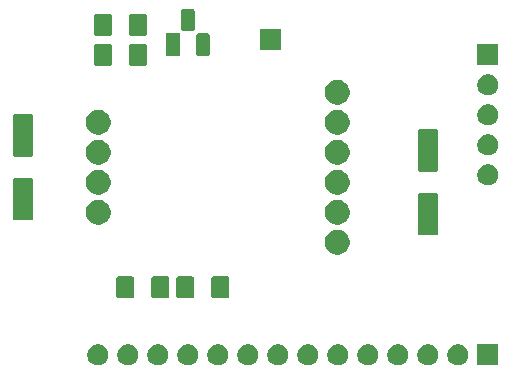
<source format=gbr>
G04 #@! TF.GenerationSoftware,KiCad,Pcbnew,5.1.5-52549c5~84~ubuntu18.04.1*
G04 #@! TF.CreationDate,2020-03-18T13:38:27+01:00*
G04 #@! TF.ProjectId,pcb_loadcell-dev-hx711,7063625f-6c6f-4616-9463-656c6c2d6465,rev?*
G04 #@! TF.SameCoordinates,Original*
G04 #@! TF.FileFunction,Soldermask,Top*
G04 #@! TF.FilePolarity,Negative*
%FSLAX46Y46*%
G04 Gerber Fmt 4.6, Leading zero omitted, Abs format (unit mm)*
G04 Created by KiCad (PCBNEW 5.1.5-52549c5~84~ubuntu18.04.1) date 2020-03-18 13:38:27*
%MOMM*%
%LPD*%
G04 APERTURE LIST*
%ADD10C,0.100000*%
G04 APERTURE END LIST*
D10*
G36*
X81393512Y-105783927D02*
G01*
X81542812Y-105813624D01*
X81706784Y-105881544D01*
X81854354Y-105980147D01*
X81979853Y-106105646D01*
X82078456Y-106253216D01*
X82146376Y-106417188D01*
X82181000Y-106591259D01*
X82181000Y-106768741D01*
X82146376Y-106942812D01*
X82078456Y-107106784D01*
X81979853Y-107254354D01*
X81854354Y-107379853D01*
X81706784Y-107478456D01*
X81542812Y-107546376D01*
X81393512Y-107576073D01*
X81368742Y-107581000D01*
X81191258Y-107581000D01*
X81166488Y-107576073D01*
X81017188Y-107546376D01*
X80853216Y-107478456D01*
X80705646Y-107379853D01*
X80580147Y-107254354D01*
X80481544Y-107106784D01*
X80413624Y-106942812D01*
X80379000Y-106768741D01*
X80379000Y-106591259D01*
X80413624Y-106417188D01*
X80481544Y-106253216D01*
X80580147Y-106105646D01*
X80705646Y-105980147D01*
X80853216Y-105881544D01*
X81017188Y-105813624D01*
X81166488Y-105783927D01*
X81191258Y-105779000D01*
X81368742Y-105779000D01*
X81393512Y-105783927D01*
G37*
G36*
X89801000Y-107581000D02*
G01*
X87999000Y-107581000D01*
X87999000Y-105779000D01*
X89801000Y-105779000D01*
X89801000Y-107581000D01*
G37*
G36*
X86473512Y-105783927D02*
G01*
X86622812Y-105813624D01*
X86786784Y-105881544D01*
X86934354Y-105980147D01*
X87059853Y-106105646D01*
X87158456Y-106253216D01*
X87226376Y-106417188D01*
X87261000Y-106591259D01*
X87261000Y-106768741D01*
X87226376Y-106942812D01*
X87158456Y-107106784D01*
X87059853Y-107254354D01*
X86934354Y-107379853D01*
X86786784Y-107478456D01*
X86622812Y-107546376D01*
X86473512Y-107576073D01*
X86448742Y-107581000D01*
X86271258Y-107581000D01*
X86246488Y-107576073D01*
X86097188Y-107546376D01*
X85933216Y-107478456D01*
X85785646Y-107379853D01*
X85660147Y-107254354D01*
X85561544Y-107106784D01*
X85493624Y-106942812D01*
X85459000Y-106768741D01*
X85459000Y-106591259D01*
X85493624Y-106417188D01*
X85561544Y-106253216D01*
X85660147Y-106105646D01*
X85785646Y-105980147D01*
X85933216Y-105881544D01*
X86097188Y-105813624D01*
X86246488Y-105783927D01*
X86271258Y-105779000D01*
X86448742Y-105779000D01*
X86473512Y-105783927D01*
G37*
G36*
X83933512Y-105783927D02*
G01*
X84082812Y-105813624D01*
X84246784Y-105881544D01*
X84394354Y-105980147D01*
X84519853Y-106105646D01*
X84618456Y-106253216D01*
X84686376Y-106417188D01*
X84721000Y-106591259D01*
X84721000Y-106768741D01*
X84686376Y-106942812D01*
X84618456Y-107106784D01*
X84519853Y-107254354D01*
X84394354Y-107379853D01*
X84246784Y-107478456D01*
X84082812Y-107546376D01*
X83933512Y-107576073D01*
X83908742Y-107581000D01*
X83731258Y-107581000D01*
X83706488Y-107576073D01*
X83557188Y-107546376D01*
X83393216Y-107478456D01*
X83245646Y-107379853D01*
X83120147Y-107254354D01*
X83021544Y-107106784D01*
X82953624Y-106942812D01*
X82919000Y-106768741D01*
X82919000Y-106591259D01*
X82953624Y-106417188D01*
X83021544Y-106253216D01*
X83120147Y-106105646D01*
X83245646Y-105980147D01*
X83393216Y-105881544D01*
X83557188Y-105813624D01*
X83706488Y-105783927D01*
X83731258Y-105779000D01*
X83908742Y-105779000D01*
X83933512Y-105783927D01*
G37*
G36*
X78853512Y-105783927D02*
G01*
X79002812Y-105813624D01*
X79166784Y-105881544D01*
X79314354Y-105980147D01*
X79439853Y-106105646D01*
X79538456Y-106253216D01*
X79606376Y-106417188D01*
X79641000Y-106591259D01*
X79641000Y-106768741D01*
X79606376Y-106942812D01*
X79538456Y-107106784D01*
X79439853Y-107254354D01*
X79314354Y-107379853D01*
X79166784Y-107478456D01*
X79002812Y-107546376D01*
X78853512Y-107576073D01*
X78828742Y-107581000D01*
X78651258Y-107581000D01*
X78626488Y-107576073D01*
X78477188Y-107546376D01*
X78313216Y-107478456D01*
X78165646Y-107379853D01*
X78040147Y-107254354D01*
X77941544Y-107106784D01*
X77873624Y-106942812D01*
X77839000Y-106768741D01*
X77839000Y-106591259D01*
X77873624Y-106417188D01*
X77941544Y-106253216D01*
X78040147Y-106105646D01*
X78165646Y-105980147D01*
X78313216Y-105881544D01*
X78477188Y-105813624D01*
X78626488Y-105783927D01*
X78651258Y-105779000D01*
X78828742Y-105779000D01*
X78853512Y-105783927D01*
G37*
G36*
X76313512Y-105783927D02*
G01*
X76462812Y-105813624D01*
X76626784Y-105881544D01*
X76774354Y-105980147D01*
X76899853Y-106105646D01*
X76998456Y-106253216D01*
X77066376Y-106417188D01*
X77101000Y-106591259D01*
X77101000Y-106768741D01*
X77066376Y-106942812D01*
X76998456Y-107106784D01*
X76899853Y-107254354D01*
X76774354Y-107379853D01*
X76626784Y-107478456D01*
X76462812Y-107546376D01*
X76313512Y-107576073D01*
X76288742Y-107581000D01*
X76111258Y-107581000D01*
X76086488Y-107576073D01*
X75937188Y-107546376D01*
X75773216Y-107478456D01*
X75625646Y-107379853D01*
X75500147Y-107254354D01*
X75401544Y-107106784D01*
X75333624Y-106942812D01*
X75299000Y-106768741D01*
X75299000Y-106591259D01*
X75333624Y-106417188D01*
X75401544Y-106253216D01*
X75500147Y-106105646D01*
X75625646Y-105980147D01*
X75773216Y-105881544D01*
X75937188Y-105813624D01*
X76086488Y-105783927D01*
X76111258Y-105779000D01*
X76288742Y-105779000D01*
X76313512Y-105783927D01*
G37*
G36*
X73773512Y-105783927D02*
G01*
X73922812Y-105813624D01*
X74086784Y-105881544D01*
X74234354Y-105980147D01*
X74359853Y-106105646D01*
X74458456Y-106253216D01*
X74526376Y-106417188D01*
X74561000Y-106591259D01*
X74561000Y-106768741D01*
X74526376Y-106942812D01*
X74458456Y-107106784D01*
X74359853Y-107254354D01*
X74234354Y-107379853D01*
X74086784Y-107478456D01*
X73922812Y-107546376D01*
X73773512Y-107576073D01*
X73748742Y-107581000D01*
X73571258Y-107581000D01*
X73546488Y-107576073D01*
X73397188Y-107546376D01*
X73233216Y-107478456D01*
X73085646Y-107379853D01*
X72960147Y-107254354D01*
X72861544Y-107106784D01*
X72793624Y-106942812D01*
X72759000Y-106768741D01*
X72759000Y-106591259D01*
X72793624Y-106417188D01*
X72861544Y-106253216D01*
X72960147Y-106105646D01*
X73085646Y-105980147D01*
X73233216Y-105881544D01*
X73397188Y-105813624D01*
X73546488Y-105783927D01*
X73571258Y-105779000D01*
X73748742Y-105779000D01*
X73773512Y-105783927D01*
G37*
G36*
X71233512Y-105783927D02*
G01*
X71382812Y-105813624D01*
X71546784Y-105881544D01*
X71694354Y-105980147D01*
X71819853Y-106105646D01*
X71918456Y-106253216D01*
X71986376Y-106417188D01*
X72021000Y-106591259D01*
X72021000Y-106768741D01*
X71986376Y-106942812D01*
X71918456Y-107106784D01*
X71819853Y-107254354D01*
X71694354Y-107379853D01*
X71546784Y-107478456D01*
X71382812Y-107546376D01*
X71233512Y-107576073D01*
X71208742Y-107581000D01*
X71031258Y-107581000D01*
X71006488Y-107576073D01*
X70857188Y-107546376D01*
X70693216Y-107478456D01*
X70545646Y-107379853D01*
X70420147Y-107254354D01*
X70321544Y-107106784D01*
X70253624Y-106942812D01*
X70219000Y-106768741D01*
X70219000Y-106591259D01*
X70253624Y-106417188D01*
X70321544Y-106253216D01*
X70420147Y-106105646D01*
X70545646Y-105980147D01*
X70693216Y-105881544D01*
X70857188Y-105813624D01*
X71006488Y-105783927D01*
X71031258Y-105779000D01*
X71208742Y-105779000D01*
X71233512Y-105783927D01*
G37*
G36*
X68693512Y-105783927D02*
G01*
X68842812Y-105813624D01*
X69006784Y-105881544D01*
X69154354Y-105980147D01*
X69279853Y-106105646D01*
X69378456Y-106253216D01*
X69446376Y-106417188D01*
X69481000Y-106591259D01*
X69481000Y-106768741D01*
X69446376Y-106942812D01*
X69378456Y-107106784D01*
X69279853Y-107254354D01*
X69154354Y-107379853D01*
X69006784Y-107478456D01*
X68842812Y-107546376D01*
X68693512Y-107576073D01*
X68668742Y-107581000D01*
X68491258Y-107581000D01*
X68466488Y-107576073D01*
X68317188Y-107546376D01*
X68153216Y-107478456D01*
X68005646Y-107379853D01*
X67880147Y-107254354D01*
X67781544Y-107106784D01*
X67713624Y-106942812D01*
X67679000Y-106768741D01*
X67679000Y-106591259D01*
X67713624Y-106417188D01*
X67781544Y-106253216D01*
X67880147Y-106105646D01*
X68005646Y-105980147D01*
X68153216Y-105881544D01*
X68317188Y-105813624D01*
X68466488Y-105783927D01*
X68491258Y-105779000D01*
X68668742Y-105779000D01*
X68693512Y-105783927D01*
G37*
G36*
X66153512Y-105783927D02*
G01*
X66302812Y-105813624D01*
X66466784Y-105881544D01*
X66614354Y-105980147D01*
X66739853Y-106105646D01*
X66838456Y-106253216D01*
X66906376Y-106417188D01*
X66941000Y-106591259D01*
X66941000Y-106768741D01*
X66906376Y-106942812D01*
X66838456Y-107106784D01*
X66739853Y-107254354D01*
X66614354Y-107379853D01*
X66466784Y-107478456D01*
X66302812Y-107546376D01*
X66153512Y-107576073D01*
X66128742Y-107581000D01*
X65951258Y-107581000D01*
X65926488Y-107576073D01*
X65777188Y-107546376D01*
X65613216Y-107478456D01*
X65465646Y-107379853D01*
X65340147Y-107254354D01*
X65241544Y-107106784D01*
X65173624Y-106942812D01*
X65139000Y-106768741D01*
X65139000Y-106591259D01*
X65173624Y-106417188D01*
X65241544Y-106253216D01*
X65340147Y-106105646D01*
X65465646Y-105980147D01*
X65613216Y-105881544D01*
X65777188Y-105813624D01*
X65926488Y-105783927D01*
X65951258Y-105779000D01*
X66128742Y-105779000D01*
X66153512Y-105783927D01*
G37*
G36*
X63613512Y-105783927D02*
G01*
X63762812Y-105813624D01*
X63926784Y-105881544D01*
X64074354Y-105980147D01*
X64199853Y-106105646D01*
X64298456Y-106253216D01*
X64366376Y-106417188D01*
X64401000Y-106591259D01*
X64401000Y-106768741D01*
X64366376Y-106942812D01*
X64298456Y-107106784D01*
X64199853Y-107254354D01*
X64074354Y-107379853D01*
X63926784Y-107478456D01*
X63762812Y-107546376D01*
X63613512Y-107576073D01*
X63588742Y-107581000D01*
X63411258Y-107581000D01*
X63386488Y-107576073D01*
X63237188Y-107546376D01*
X63073216Y-107478456D01*
X62925646Y-107379853D01*
X62800147Y-107254354D01*
X62701544Y-107106784D01*
X62633624Y-106942812D01*
X62599000Y-106768741D01*
X62599000Y-106591259D01*
X62633624Y-106417188D01*
X62701544Y-106253216D01*
X62800147Y-106105646D01*
X62925646Y-105980147D01*
X63073216Y-105881544D01*
X63237188Y-105813624D01*
X63386488Y-105783927D01*
X63411258Y-105779000D01*
X63588742Y-105779000D01*
X63613512Y-105783927D01*
G37*
G36*
X61073512Y-105783927D02*
G01*
X61222812Y-105813624D01*
X61386784Y-105881544D01*
X61534354Y-105980147D01*
X61659853Y-106105646D01*
X61758456Y-106253216D01*
X61826376Y-106417188D01*
X61861000Y-106591259D01*
X61861000Y-106768741D01*
X61826376Y-106942812D01*
X61758456Y-107106784D01*
X61659853Y-107254354D01*
X61534354Y-107379853D01*
X61386784Y-107478456D01*
X61222812Y-107546376D01*
X61073512Y-107576073D01*
X61048742Y-107581000D01*
X60871258Y-107581000D01*
X60846488Y-107576073D01*
X60697188Y-107546376D01*
X60533216Y-107478456D01*
X60385646Y-107379853D01*
X60260147Y-107254354D01*
X60161544Y-107106784D01*
X60093624Y-106942812D01*
X60059000Y-106768741D01*
X60059000Y-106591259D01*
X60093624Y-106417188D01*
X60161544Y-106253216D01*
X60260147Y-106105646D01*
X60385646Y-105980147D01*
X60533216Y-105881544D01*
X60697188Y-105813624D01*
X60846488Y-105783927D01*
X60871258Y-105779000D01*
X61048742Y-105779000D01*
X61073512Y-105783927D01*
G37*
G36*
X58533512Y-105783927D02*
G01*
X58682812Y-105813624D01*
X58846784Y-105881544D01*
X58994354Y-105980147D01*
X59119853Y-106105646D01*
X59218456Y-106253216D01*
X59286376Y-106417188D01*
X59321000Y-106591259D01*
X59321000Y-106768741D01*
X59286376Y-106942812D01*
X59218456Y-107106784D01*
X59119853Y-107254354D01*
X58994354Y-107379853D01*
X58846784Y-107478456D01*
X58682812Y-107546376D01*
X58533512Y-107576073D01*
X58508742Y-107581000D01*
X58331258Y-107581000D01*
X58306488Y-107576073D01*
X58157188Y-107546376D01*
X57993216Y-107478456D01*
X57845646Y-107379853D01*
X57720147Y-107254354D01*
X57621544Y-107106784D01*
X57553624Y-106942812D01*
X57519000Y-106768741D01*
X57519000Y-106591259D01*
X57553624Y-106417188D01*
X57621544Y-106253216D01*
X57720147Y-106105646D01*
X57845646Y-105980147D01*
X57993216Y-105881544D01*
X58157188Y-105813624D01*
X58306488Y-105783927D01*
X58331258Y-105779000D01*
X58508742Y-105779000D01*
X58533512Y-105783927D01*
G37*
G36*
X55993512Y-105783927D02*
G01*
X56142812Y-105813624D01*
X56306784Y-105881544D01*
X56454354Y-105980147D01*
X56579853Y-106105646D01*
X56678456Y-106253216D01*
X56746376Y-106417188D01*
X56781000Y-106591259D01*
X56781000Y-106768741D01*
X56746376Y-106942812D01*
X56678456Y-107106784D01*
X56579853Y-107254354D01*
X56454354Y-107379853D01*
X56306784Y-107478456D01*
X56142812Y-107546376D01*
X55993512Y-107576073D01*
X55968742Y-107581000D01*
X55791258Y-107581000D01*
X55766488Y-107576073D01*
X55617188Y-107546376D01*
X55453216Y-107478456D01*
X55305646Y-107379853D01*
X55180147Y-107254354D01*
X55081544Y-107106784D01*
X55013624Y-106942812D01*
X54979000Y-106768741D01*
X54979000Y-106591259D01*
X55013624Y-106417188D01*
X55081544Y-106253216D01*
X55180147Y-106105646D01*
X55305646Y-105980147D01*
X55453216Y-105881544D01*
X55617188Y-105813624D01*
X55766488Y-105783927D01*
X55791258Y-105779000D01*
X55968742Y-105779000D01*
X55993512Y-105783927D01*
G37*
G36*
X63895562Y-100043181D02*
G01*
X63930481Y-100053774D01*
X63962663Y-100070976D01*
X63990873Y-100094127D01*
X64014024Y-100122337D01*
X64031226Y-100154519D01*
X64041819Y-100189438D01*
X64046000Y-100231895D01*
X64046000Y-101698105D01*
X64041819Y-101740562D01*
X64031226Y-101775481D01*
X64014024Y-101807663D01*
X63990873Y-101835873D01*
X63962663Y-101859024D01*
X63930481Y-101876226D01*
X63895562Y-101886819D01*
X63853105Y-101891000D01*
X62711895Y-101891000D01*
X62669438Y-101886819D01*
X62634519Y-101876226D01*
X62602337Y-101859024D01*
X62574127Y-101835873D01*
X62550976Y-101807663D01*
X62533774Y-101775481D01*
X62523181Y-101740562D01*
X62519000Y-101698105D01*
X62519000Y-100231895D01*
X62523181Y-100189438D01*
X62533774Y-100154519D01*
X62550976Y-100122337D01*
X62574127Y-100094127D01*
X62602337Y-100070976D01*
X62634519Y-100053774D01*
X62669438Y-100043181D01*
X62711895Y-100039000D01*
X63853105Y-100039000D01*
X63895562Y-100043181D01*
G37*
G36*
X66870562Y-100043181D02*
G01*
X66905481Y-100053774D01*
X66937663Y-100070976D01*
X66965873Y-100094127D01*
X66989024Y-100122337D01*
X67006226Y-100154519D01*
X67016819Y-100189438D01*
X67021000Y-100231895D01*
X67021000Y-101698105D01*
X67016819Y-101740562D01*
X67006226Y-101775481D01*
X66989024Y-101807663D01*
X66965873Y-101835873D01*
X66937663Y-101859024D01*
X66905481Y-101876226D01*
X66870562Y-101886819D01*
X66828105Y-101891000D01*
X65686895Y-101891000D01*
X65644438Y-101886819D01*
X65609519Y-101876226D01*
X65577337Y-101859024D01*
X65549127Y-101835873D01*
X65525976Y-101807663D01*
X65508774Y-101775481D01*
X65498181Y-101740562D01*
X65494000Y-101698105D01*
X65494000Y-100231895D01*
X65498181Y-100189438D01*
X65508774Y-100154519D01*
X65525976Y-100122337D01*
X65549127Y-100094127D01*
X65577337Y-100070976D01*
X65609519Y-100053774D01*
X65644438Y-100043181D01*
X65686895Y-100039000D01*
X66828105Y-100039000D01*
X66870562Y-100043181D01*
G37*
G36*
X58815562Y-100043181D02*
G01*
X58850481Y-100053774D01*
X58882663Y-100070976D01*
X58910873Y-100094127D01*
X58934024Y-100122337D01*
X58951226Y-100154519D01*
X58961819Y-100189438D01*
X58966000Y-100231895D01*
X58966000Y-101698105D01*
X58961819Y-101740562D01*
X58951226Y-101775481D01*
X58934024Y-101807663D01*
X58910873Y-101835873D01*
X58882663Y-101859024D01*
X58850481Y-101876226D01*
X58815562Y-101886819D01*
X58773105Y-101891000D01*
X57631895Y-101891000D01*
X57589438Y-101886819D01*
X57554519Y-101876226D01*
X57522337Y-101859024D01*
X57494127Y-101835873D01*
X57470976Y-101807663D01*
X57453774Y-101775481D01*
X57443181Y-101740562D01*
X57439000Y-101698105D01*
X57439000Y-100231895D01*
X57443181Y-100189438D01*
X57453774Y-100154519D01*
X57470976Y-100122337D01*
X57494127Y-100094127D01*
X57522337Y-100070976D01*
X57554519Y-100053774D01*
X57589438Y-100043181D01*
X57631895Y-100039000D01*
X58773105Y-100039000D01*
X58815562Y-100043181D01*
G37*
G36*
X61790562Y-100043181D02*
G01*
X61825481Y-100053774D01*
X61857663Y-100070976D01*
X61885873Y-100094127D01*
X61909024Y-100122337D01*
X61926226Y-100154519D01*
X61936819Y-100189438D01*
X61941000Y-100231895D01*
X61941000Y-101698105D01*
X61936819Y-101740562D01*
X61926226Y-101775481D01*
X61909024Y-101807663D01*
X61885873Y-101835873D01*
X61857663Y-101859024D01*
X61825481Y-101876226D01*
X61790562Y-101886819D01*
X61748105Y-101891000D01*
X60606895Y-101891000D01*
X60564438Y-101886819D01*
X60529519Y-101876226D01*
X60497337Y-101859024D01*
X60469127Y-101835873D01*
X60445976Y-101807663D01*
X60428774Y-101775481D01*
X60418181Y-101740562D01*
X60414000Y-101698105D01*
X60414000Y-100231895D01*
X60418181Y-100189438D01*
X60428774Y-100154519D01*
X60445976Y-100122337D01*
X60469127Y-100094127D01*
X60497337Y-100070976D01*
X60529519Y-100053774D01*
X60564438Y-100043181D01*
X60606895Y-100039000D01*
X61748105Y-100039000D01*
X61790562Y-100043181D01*
G37*
G36*
X76461564Y-96144389D02*
G01*
X76652833Y-96223615D01*
X76652835Y-96223616D01*
X76782212Y-96310063D01*
X76824973Y-96338635D01*
X76971365Y-96485027D01*
X77086385Y-96657167D01*
X77165611Y-96848436D01*
X77206000Y-97051484D01*
X77206000Y-97258516D01*
X77165611Y-97461564D01*
X77086385Y-97652833D01*
X77086384Y-97652835D01*
X76971365Y-97824973D01*
X76824973Y-97971365D01*
X76652835Y-98086384D01*
X76652834Y-98086385D01*
X76652833Y-98086385D01*
X76461564Y-98165611D01*
X76258516Y-98206000D01*
X76051484Y-98206000D01*
X75848436Y-98165611D01*
X75657167Y-98086385D01*
X75657166Y-98086385D01*
X75657165Y-98086384D01*
X75485027Y-97971365D01*
X75338635Y-97824973D01*
X75223616Y-97652835D01*
X75223615Y-97652833D01*
X75144389Y-97461564D01*
X75104000Y-97258516D01*
X75104000Y-97051484D01*
X75144389Y-96848436D01*
X75223615Y-96657167D01*
X75338635Y-96485027D01*
X75485027Y-96338635D01*
X75527788Y-96310063D01*
X75657165Y-96223616D01*
X75657167Y-96223615D01*
X75848436Y-96144389D01*
X76051484Y-96104000D01*
X76258516Y-96104000D01*
X76461564Y-96144389D01*
G37*
G36*
X84525997Y-92978051D02*
G01*
X84559652Y-92988261D01*
X84590665Y-93004838D01*
X84617851Y-93027149D01*
X84640162Y-93054335D01*
X84656739Y-93085348D01*
X84666949Y-93119003D01*
X84671000Y-93160138D01*
X84671000Y-96389862D01*
X84666949Y-96430997D01*
X84656739Y-96464652D01*
X84640162Y-96495665D01*
X84617851Y-96522851D01*
X84590665Y-96545162D01*
X84559652Y-96561739D01*
X84525997Y-96571949D01*
X84484862Y-96576000D01*
X83155138Y-96576000D01*
X83114003Y-96571949D01*
X83080348Y-96561739D01*
X83049335Y-96545162D01*
X83022149Y-96522851D01*
X82999838Y-96495665D01*
X82983261Y-96464652D01*
X82973051Y-96430997D01*
X82969000Y-96389862D01*
X82969000Y-93160138D01*
X82973051Y-93119003D01*
X82983261Y-93085348D01*
X82999838Y-93054335D01*
X83022149Y-93027149D01*
X83049335Y-93004838D01*
X83080348Y-92988261D01*
X83114003Y-92978051D01*
X83155138Y-92974000D01*
X84484862Y-92974000D01*
X84525997Y-92978051D01*
G37*
G36*
X76461564Y-93604389D02*
G01*
X76652833Y-93683615D01*
X76652835Y-93683616D01*
X76824973Y-93798635D01*
X76971365Y-93945027D01*
X77086385Y-94117167D01*
X77165611Y-94308436D01*
X77206000Y-94511484D01*
X77206000Y-94718516D01*
X77165611Y-94921564D01*
X77116527Y-95040063D01*
X77086384Y-95112835D01*
X76971365Y-95284973D01*
X76824973Y-95431365D01*
X76652835Y-95546384D01*
X76652834Y-95546385D01*
X76652833Y-95546385D01*
X76461564Y-95625611D01*
X76258516Y-95666000D01*
X76051484Y-95666000D01*
X75848436Y-95625611D01*
X75657167Y-95546385D01*
X75657166Y-95546385D01*
X75657165Y-95546384D01*
X75485027Y-95431365D01*
X75338635Y-95284973D01*
X75223616Y-95112835D01*
X75193473Y-95040063D01*
X75144389Y-94921564D01*
X75104000Y-94718516D01*
X75104000Y-94511484D01*
X75144389Y-94308436D01*
X75223615Y-94117167D01*
X75338635Y-93945027D01*
X75485027Y-93798635D01*
X75657165Y-93683616D01*
X75657167Y-93683615D01*
X75848436Y-93604389D01*
X76051484Y-93564000D01*
X76258516Y-93564000D01*
X76461564Y-93604389D01*
G37*
G36*
X56231564Y-93604389D02*
G01*
X56422833Y-93683615D01*
X56422835Y-93683616D01*
X56594973Y-93798635D01*
X56741365Y-93945027D01*
X56856385Y-94117167D01*
X56935611Y-94308436D01*
X56976000Y-94511484D01*
X56976000Y-94718516D01*
X56935611Y-94921564D01*
X56886527Y-95040063D01*
X56856384Y-95112835D01*
X56741365Y-95284973D01*
X56594973Y-95431365D01*
X56422835Y-95546384D01*
X56422834Y-95546385D01*
X56422833Y-95546385D01*
X56231564Y-95625611D01*
X56028516Y-95666000D01*
X55821484Y-95666000D01*
X55618436Y-95625611D01*
X55427167Y-95546385D01*
X55427166Y-95546385D01*
X55427165Y-95546384D01*
X55255027Y-95431365D01*
X55108635Y-95284973D01*
X54993616Y-95112835D01*
X54963473Y-95040063D01*
X54914389Y-94921564D01*
X54874000Y-94718516D01*
X54874000Y-94511484D01*
X54914389Y-94308436D01*
X54993615Y-94117167D01*
X55108635Y-93945027D01*
X55255027Y-93798635D01*
X55427165Y-93683616D01*
X55427167Y-93683615D01*
X55618436Y-93604389D01*
X55821484Y-93564000D01*
X56028516Y-93564000D01*
X56231564Y-93604389D01*
G37*
G36*
X50235997Y-91708051D02*
G01*
X50269652Y-91718261D01*
X50300665Y-91734838D01*
X50327851Y-91757149D01*
X50350162Y-91784335D01*
X50366739Y-91815348D01*
X50376949Y-91849003D01*
X50381000Y-91890138D01*
X50381000Y-95119862D01*
X50376949Y-95160997D01*
X50366739Y-95194652D01*
X50350162Y-95225665D01*
X50327851Y-95252851D01*
X50300665Y-95275162D01*
X50269652Y-95291739D01*
X50235997Y-95301949D01*
X50194862Y-95306000D01*
X48865138Y-95306000D01*
X48824003Y-95301949D01*
X48790348Y-95291739D01*
X48759335Y-95275162D01*
X48732149Y-95252851D01*
X48709838Y-95225665D01*
X48693261Y-95194652D01*
X48683051Y-95160997D01*
X48679000Y-95119862D01*
X48679000Y-91890138D01*
X48683051Y-91849003D01*
X48693261Y-91815348D01*
X48709838Y-91784335D01*
X48732149Y-91757149D01*
X48759335Y-91734838D01*
X48790348Y-91718261D01*
X48824003Y-91708051D01*
X48865138Y-91704000D01*
X50194862Y-91704000D01*
X50235997Y-91708051D01*
G37*
G36*
X56231564Y-91064389D02*
G01*
X56422833Y-91143615D01*
X56422835Y-91143616D01*
X56594973Y-91258635D01*
X56741365Y-91405027D01*
X56856385Y-91577167D01*
X56935611Y-91768436D01*
X56976000Y-91971484D01*
X56976000Y-92178516D01*
X56935611Y-92381564D01*
X56856385Y-92572833D01*
X56856384Y-92572835D01*
X56741365Y-92744973D01*
X56594973Y-92891365D01*
X56422835Y-93006384D01*
X56422834Y-93006385D01*
X56422833Y-93006385D01*
X56231564Y-93085611D01*
X56028516Y-93126000D01*
X55821484Y-93126000D01*
X55618436Y-93085611D01*
X55427167Y-93006385D01*
X55427166Y-93006385D01*
X55427165Y-93006384D01*
X55255027Y-92891365D01*
X55108635Y-92744973D01*
X54993616Y-92572835D01*
X54993615Y-92572833D01*
X54914389Y-92381564D01*
X54874000Y-92178516D01*
X54874000Y-91971484D01*
X54914389Y-91768436D01*
X54993615Y-91577167D01*
X55108635Y-91405027D01*
X55255027Y-91258635D01*
X55427165Y-91143616D01*
X55427167Y-91143615D01*
X55618436Y-91064389D01*
X55821484Y-91024000D01*
X56028516Y-91024000D01*
X56231564Y-91064389D01*
G37*
G36*
X76461564Y-91064389D02*
G01*
X76652833Y-91143615D01*
X76652835Y-91143616D01*
X76824973Y-91258635D01*
X76971365Y-91405027D01*
X77086385Y-91577167D01*
X77165611Y-91768436D01*
X77206000Y-91971484D01*
X77206000Y-92178516D01*
X77165611Y-92381564D01*
X77086385Y-92572833D01*
X77086384Y-92572835D01*
X76971365Y-92744973D01*
X76824973Y-92891365D01*
X76652835Y-93006384D01*
X76652834Y-93006385D01*
X76652833Y-93006385D01*
X76461564Y-93085611D01*
X76258516Y-93126000D01*
X76051484Y-93126000D01*
X75848436Y-93085611D01*
X75657167Y-93006385D01*
X75657166Y-93006385D01*
X75657165Y-93006384D01*
X75485027Y-92891365D01*
X75338635Y-92744973D01*
X75223616Y-92572835D01*
X75223615Y-92572833D01*
X75144389Y-92381564D01*
X75104000Y-92178516D01*
X75104000Y-91971484D01*
X75144389Y-91768436D01*
X75223615Y-91577167D01*
X75338635Y-91405027D01*
X75485027Y-91258635D01*
X75657165Y-91143616D01*
X75657167Y-91143615D01*
X75848436Y-91064389D01*
X76051484Y-91024000D01*
X76258516Y-91024000D01*
X76461564Y-91064389D01*
G37*
G36*
X89013512Y-90543927D02*
G01*
X89162812Y-90573624D01*
X89326784Y-90641544D01*
X89474354Y-90740147D01*
X89599853Y-90865646D01*
X89698456Y-91013216D01*
X89766376Y-91177188D01*
X89801000Y-91351259D01*
X89801000Y-91528741D01*
X89766376Y-91702812D01*
X89698456Y-91866784D01*
X89599853Y-92014354D01*
X89474354Y-92139853D01*
X89326784Y-92238456D01*
X89162812Y-92306376D01*
X89013512Y-92336073D01*
X88988742Y-92341000D01*
X88811258Y-92341000D01*
X88786488Y-92336073D01*
X88637188Y-92306376D01*
X88473216Y-92238456D01*
X88325646Y-92139853D01*
X88200147Y-92014354D01*
X88101544Y-91866784D01*
X88033624Y-91702812D01*
X87999000Y-91528741D01*
X87999000Y-91351259D01*
X88033624Y-91177188D01*
X88101544Y-91013216D01*
X88200147Y-90865646D01*
X88325646Y-90740147D01*
X88473216Y-90641544D01*
X88637188Y-90573624D01*
X88786488Y-90543927D01*
X88811258Y-90539000D01*
X88988742Y-90539000D01*
X89013512Y-90543927D01*
G37*
G36*
X84525997Y-87578051D02*
G01*
X84559652Y-87588261D01*
X84590665Y-87604838D01*
X84617851Y-87627149D01*
X84640162Y-87654335D01*
X84656739Y-87685348D01*
X84666949Y-87719003D01*
X84671000Y-87760138D01*
X84671000Y-90989862D01*
X84666949Y-91030997D01*
X84656739Y-91064652D01*
X84640162Y-91095665D01*
X84617851Y-91122851D01*
X84590665Y-91145162D01*
X84559652Y-91161739D01*
X84525997Y-91171949D01*
X84484862Y-91176000D01*
X83155138Y-91176000D01*
X83114003Y-91171949D01*
X83080348Y-91161739D01*
X83049335Y-91145162D01*
X83022149Y-91122851D01*
X82999838Y-91095665D01*
X82983261Y-91064652D01*
X82973051Y-91030997D01*
X82969000Y-90989862D01*
X82969000Y-87760138D01*
X82973051Y-87719003D01*
X82983261Y-87685348D01*
X82999838Y-87654335D01*
X83022149Y-87627149D01*
X83049335Y-87604838D01*
X83080348Y-87588261D01*
X83114003Y-87578051D01*
X83155138Y-87574000D01*
X84484862Y-87574000D01*
X84525997Y-87578051D01*
G37*
G36*
X56231564Y-88524389D02*
G01*
X56422833Y-88603615D01*
X56422835Y-88603616D01*
X56594973Y-88718635D01*
X56741365Y-88865027D01*
X56856385Y-89037167D01*
X56935611Y-89228436D01*
X56976000Y-89431484D01*
X56976000Y-89638516D01*
X56935611Y-89841564D01*
X56856385Y-90032833D01*
X56856384Y-90032835D01*
X56741365Y-90204973D01*
X56594973Y-90351365D01*
X56422835Y-90466384D01*
X56422834Y-90466385D01*
X56422833Y-90466385D01*
X56231564Y-90545611D01*
X56028516Y-90586000D01*
X55821484Y-90586000D01*
X55618436Y-90545611D01*
X55427167Y-90466385D01*
X55427166Y-90466385D01*
X55427165Y-90466384D01*
X55255027Y-90351365D01*
X55108635Y-90204973D01*
X54993616Y-90032835D01*
X54993615Y-90032833D01*
X54914389Y-89841564D01*
X54874000Y-89638516D01*
X54874000Y-89431484D01*
X54914389Y-89228436D01*
X54993615Y-89037167D01*
X55108635Y-88865027D01*
X55255027Y-88718635D01*
X55427165Y-88603616D01*
X55427167Y-88603615D01*
X55618436Y-88524389D01*
X55821484Y-88484000D01*
X56028516Y-88484000D01*
X56231564Y-88524389D01*
G37*
G36*
X76461564Y-88524389D02*
G01*
X76652833Y-88603615D01*
X76652835Y-88603616D01*
X76824973Y-88718635D01*
X76971365Y-88865027D01*
X77086385Y-89037167D01*
X77165611Y-89228436D01*
X77206000Y-89431484D01*
X77206000Y-89638516D01*
X77165611Y-89841564D01*
X77086385Y-90032833D01*
X77086384Y-90032835D01*
X76971365Y-90204973D01*
X76824973Y-90351365D01*
X76652835Y-90466384D01*
X76652834Y-90466385D01*
X76652833Y-90466385D01*
X76461564Y-90545611D01*
X76258516Y-90586000D01*
X76051484Y-90586000D01*
X75848436Y-90545611D01*
X75657167Y-90466385D01*
X75657166Y-90466385D01*
X75657165Y-90466384D01*
X75485027Y-90351365D01*
X75338635Y-90204973D01*
X75223616Y-90032835D01*
X75223615Y-90032833D01*
X75144389Y-89841564D01*
X75104000Y-89638516D01*
X75104000Y-89431484D01*
X75144389Y-89228436D01*
X75223615Y-89037167D01*
X75338635Y-88865027D01*
X75485027Y-88718635D01*
X75657165Y-88603616D01*
X75657167Y-88603615D01*
X75848436Y-88524389D01*
X76051484Y-88484000D01*
X76258516Y-88484000D01*
X76461564Y-88524389D01*
G37*
G36*
X50235997Y-86308051D02*
G01*
X50269652Y-86318261D01*
X50300665Y-86334838D01*
X50327851Y-86357149D01*
X50350162Y-86384335D01*
X50366739Y-86415348D01*
X50376949Y-86449003D01*
X50381000Y-86490138D01*
X50381000Y-89719862D01*
X50376949Y-89760997D01*
X50366739Y-89794652D01*
X50350162Y-89825665D01*
X50327851Y-89852851D01*
X50300665Y-89875162D01*
X50269652Y-89891739D01*
X50235997Y-89901949D01*
X50194862Y-89906000D01*
X48865138Y-89906000D01*
X48824003Y-89901949D01*
X48790348Y-89891739D01*
X48759335Y-89875162D01*
X48732149Y-89852851D01*
X48709838Y-89825665D01*
X48693261Y-89794652D01*
X48683051Y-89760997D01*
X48679000Y-89719862D01*
X48679000Y-86490138D01*
X48683051Y-86449003D01*
X48693261Y-86415348D01*
X48709838Y-86384335D01*
X48732149Y-86357149D01*
X48759335Y-86334838D01*
X48790348Y-86318261D01*
X48824003Y-86308051D01*
X48865138Y-86304000D01*
X50194862Y-86304000D01*
X50235997Y-86308051D01*
G37*
G36*
X89013512Y-88003927D02*
G01*
X89162812Y-88033624D01*
X89326784Y-88101544D01*
X89474354Y-88200147D01*
X89599853Y-88325646D01*
X89698456Y-88473216D01*
X89766376Y-88637188D01*
X89801000Y-88811259D01*
X89801000Y-88988741D01*
X89766376Y-89162812D01*
X89698456Y-89326784D01*
X89599853Y-89474354D01*
X89474354Y-89599853D01*
X89326784Y-89698456D01*
X89162812Y-89766376D01*
X89020655Y-89794652D01*
X88988742Y-89801000D01*
X88811258Y-89801000D01*
X88779345Y-89794652D01*
X88637188Y-89766376D01*
X88473216Y-89698456D01*
X88325646Y-89599853D01*
X88200147Y-89474354D01*
X88101544Y-89326784D01*
X88033624Y-89162812D01*
X87999000Y-88988741D01*
X87999000Y-88811259D01*
X88033624Y-88637188D01*
X88101544Y-88473216D01*
X88200147Y-88325646D01*
X88325646Y-88200147D01*
X88473216Y-88101544D01*
X88637188Y-88033624D01*
X88786488Y-88003927D01*
X88811258Y-87999000D01*
X88988742Y-87999000D01*
X89013512Y-88003927D01*
G37*
G36*
X56231564Y-85984389D02*
G01*
X56422833Y-86063615D01*
X56422835Y-86063616D01*
X56594973Y-86178635D01*
X56741365Y-86325027D01*
X56851689Y-86490138D01*
X56856385Y-86497167D01*
X56935611Y-86688436D01*
X56976000Y-86891484D01*
X56976000Y-87098516D01*
X56935611Y-87301564D01*
X56856385Y-87492833D01*
X56856384Y-87492835D01*
X56741365Y-87664973D01*
X56594973Y-87811365D01*
X56422835Y-87926384D01*
X56422834Y-87926385D01*
X56422833Y-87926385D01*
X56231564Y-88005611D01*
X56028516Y-88046000D01*
X55821484Y-88046000D01*
X55618436Y-88005611D01*
X55427167Y-87926385D01*
X55427166Y-87926385D01*
X55427165Y-87926384D01*
X55255027Y-87811365D01*
X55108635Y-87664973D01*
X54993616Y-87492835D01*
X54993615Y-87492833D01*
X54914389Y-87301564D01*
X54874000Y-87098516D01*
X54874000Y-86891484D01*
X54914389Y-86688436D01*
X54993615Y-86497167D01*
X54998312Y-86490138D01*
X55108635Y-86325027D01*
X55255027Y-86178635D01*
X55427165Y-86063616D01*
X55427167Y-86063615D01*
X55618436Y-85984389D01*
X55821484Y-85944000D01*
X56028516Y-85944000D01*
X56231564Y-85984389D01*
G37*
G36*
X76461564Y-85984389D02*
G01*
X76652833Y-86063615D01*
X76652835Y-86063616D01*
X76824973Y-86178635D01*
X76971365Y-86325027D01*
X77081689Y-86490138D01*
X77086385Y-86497167D01*
X77165611Y-86688436D01*
X77206000Y-86891484D01*
X77206000Y-87098516D01*
X77165611Y-87301564D01*
X77086385Y-87492833D01*
X77086384Y-87492835D01*
X76971365Y-87664973D01*
X76824973Y-87811365D01*
X76652835Y-87926384D01*
X76652834Y-87926385D01*
X76652833Y-87926385D01*
X76461564Y-88005611D01*
X76258516Y-88046000D01*
X76051484Y-88046000D01*
X75848436Y-88005611D01*
X75657167Y-87926385D01*
X75657166Y-87926385D01*
X75657165Y-87926384D01*
X75485027Y-87811365D01*
X75338635Y-87664973D01*
X75223616Y-87492835D01*
X75223615Y-87492833D01*
X75144389Y-87301564D01*
X75104000Y-87098516D01*
X75104000Y-86891484D01*
X75144389Y-86688436D01*
X75223615Y-86497167D01*
X75228312Y-86490138D01*
X75338635Y-86325027D01*
X75485027Y-86178635D01*
X75657165Y-86063616D01*
X75657167Y-86063615D01*
X75848436Y-85984389D01*
X76051484Y-85944000D01*
X76258516Y-85944000D01*
X76461564Y-85984389D01*
G37*
G36*
X89013512Y-85463927D02*
G01*
X89162812Y-85493624D01*
X89326784Y-85561544D01*
X89474354Y-85660147D01*
X89599853Y-85785646D01*
X89698456Y-85933216D01*
X89766376Y-86097188D01*
X89801000Y-86271259D01*
X89801000Y-86448741D01*
X89766376Y-86622812D01*
X89698456Y-86786784D01*
X89599853Y-86934354D01*
X89474354Y-87059853D01*
X89326784Y-87158456D01*
X89162812Y-87226376D01*
X89013512Y-87256073D01*
X88988742Y-87261000D01*
X88811258Y-87261000D01*
X88786488Y-87256073D01*
X88637188Y-87226376D01*
X88473216Y-87158456D01*
X88325646Y-87059853D01*
X88200147Y-86934354D01*
X88101544Y-86786784D01*
X88033624Y-86622812D01*
X87999000Y-86448741D01*
X87999000Y-86271259D01*
X88033624Y-86097188D01*
X88101544Y-85933216D01*
X88200147Y-85785646D01*
X88325646Y-85660147D01*
X88473216Y-85561544D01*
X88637188Y-85493624D01*
X88786488Y-85463927D01*
X88811258Y-85459000D01*
X88988742Y-85459000D01*
X89013512Y-85463927D01*
G37*
G36*
X76461564Y-83444389D02*
G01*
X76652833Y-83523615D01*
X76652835Y-83523616D01*
X76824973Y-83638635D01*
X76971365Y-83785027D01*
X77086385Y-83957167D01*
X77165611Y-84148436D01*
X77206000Y-84351484D01*
X77206000Y-84558516D01*
X77165611Y-84761564D01*
X77086385Y-84952833D01*
X77086384Y-84952835D01*
X76971365Y-85124973D01*
X76824973Y-85271365D01*
X76652835Y-85386384D01*
X76652834Y-85386385D01*
X76652833Y-85386385D01*
X76461564Y-85465611D01*
X76258516Y-85506000D01*
X76051484Y-85506000D01*
X75848436Y-85465611D01*
X75657167Y-85386385D01*
X75657166Y-85386385D01*
X75657165Y-85386384D01*
X75485027Y-85271365D01*
X75338635Y-85124973D01*
X75223616Y-84952835D01*
X75223615Y-84952833D01*
X75144389Y-84761564D01*
X75104000Y-84558516D01*
X75104000Y-84351484D01*
X75144389Y-84148436D01*
X75223615Y-83957167D01*
X75338635Y-83785027D01*
X75485027Y-83638635D01*
X75657165Y-83523616D01*
X75657167Y-83523615D01*
X75848436Y-83444389D01*
X76051484Y-83404000D01*
X76258516Y-83404000D01*
X76461564Y-83444389D01*
G37*
G36*
X89013512Y-82923927D02*
G01*
X89162812Y-82953624D01*
X89326784Y-83021544D01*
X89474354Y-83120147D01*
X89599853Y-83245646D01*
X89698456Y-83393216D01*
X89766376Y-83557188D01*
X89801000Y-83731259D01*
X89801000Y-83908741D01*
X89766376Y-84082812D01*
X89698456Y-84246784D01*
X89599853Y-84394354D01*
X89474354Y-84519853D01*
X89326784Y-84618456D01*
X89162812Y-84686376D01*
X89013512Y-84716073D01*
X88988742Y-84721000D01*
X88811258Y-84721000D01*
X88786488Y-84716073D01*
X88637188Y-84686376D01*
X88473216Y-84618456D01*
X88325646Y-84519853D01*
X88200147Y-84394354D01*
X88101544Y-84246784D01*
X88033624Y-84082812D01*
X87999000Y-83908741D01*
X87999000Y-83731259D01*
X88033624Y-83557188D01*
X88101544Y-83393216D01*
X88200147Y-83245646D01*
X88325646Y-83120147D01*
X88473216Y-83021544D01*
X88637188Y-82953624D01*
X88786488Y-82923927D01*
X88811258Y-82919000D01*
X88988742Y-82919000D01*
X89013512Y-82923927D01*
G37*
G36*
X59885562Y-80358181D02*
G01*
X59920481Y-80368774D01*
X59952663Y-80385976D01*
X59980873Y-80409127D01*
X60004024Y-80437337D01*
X60021226Y-80469519D01*
X60031819Y-80504438D01*
X60036000Y-80546895D01*
X60036000Y-82013105D01*
X60031819Y-82055562D01*
X60021226Y-82090481D01*
X60004024Y-82122663D01*
X59980873Y-82150873D01*
X59952663Y-82174024D01*
X59920481Y-82191226D01*
X59885562Y-82201819D01*
X59843105Y-82206000D01*
X58701895Y-82206000D01*
X58659438Y-82201819D01*
X58624519Y-82191226D01*
X58592337Y-82174024D01*
X58564127Y-82150873D01*
X58540976Y-82122663D01*
X58523774Y-82090481D01*
X58513181Y-82055562D01*
X58509000Y-82013105D01*
X58509000Y-80546895D01*
X58513181Y-80504438D01*
X58523774Y-80469519D01*
X58540976Y-80437337D01*
X58564127Y-80409127D01*
X58592337Y-80385976D01*
X58624519Y-80368774D01*
X58659438Y-80358181D01*
X58701895Y-80354000D01*
X59843105Y-80354000D01*
X59885562Y-80358181D01*
G37*
G36*
X56910562Y-80358181D02*
G01*
X56945481Y-80368774D01*
X56977663Y-80385976D01*
X57005873Y-80409127D01*
X57029024Y-80437337D01*
X57046226Y-80469519D01*
X57056819Y-80504438D01*
X57061000Y-80546895D01*
X57061000Y-82013105D01*
X57056819Y-82055562D01*
X57046226Y-82090481D01*
X57029024Y-82122663D01*
X57005873Y-82150873D01*
X56977663Y-82174024D01*
X56945481Y-82191226D01*
X56910562Y-82201819D01*
X56868105Y-82206000D01*
X55726895Y-82206000D01*
X55684438Y-82201819D01*
X55649519Y-82191226D01*
X55617337Y-82174024D01*
X55589127Y-82150873D01*
X55565976Y-82122663D01*
X55548774Y-82090481D01*
X55538181Y-82055562D01*
X55534000Y-82013105D01*
X55534000Y-80546895D01*
X55538181Y-80504438D01*
X55548774Y-80469519D01*
X55565976Y-80437337D01*
X55589127Y-80409127D01*
X55617337Y-80385976D01*
X55649519Y-80368774D01*
X55684438Y-80358181D01*
X55726895Y-80354000D01*
X56868105Y-80354000D01*
X56910562Y-80358181D01*
G37*
G36*
X89801000Y-82181000D02*
G01*
X87999000Y-82181000D01*
X87999000Y-80379000D01*
X89801000Y-80379000D01*
X89801000Y-82181000D01*
G37*
G36*
X65179315Y-79464166D02*
G01*
X65223843Y-79477674D01*
X65264892Y-79499615D01*
X65300864Y-79529136D01*
X65330385Y-79565108D01*
X65352326Y-79606157D01*
X65365834Y-79650685D01*
X65371000Y-79703140D01*
X65371000Y-81116860D01*
X65365834Y-81169315D01*
X65352326Y-81213843D01*
X65330385Y-81254892D01*
X65300864Y-81290864D01*
X65264892Y-81320385D01*
X65223843Y-81342326D01*
X65179315Y-81355834D01*
X65126860Y-81361000D01*
X64413140Y-81361000D01*
X64360685Y-81355834D01*
X64316157Y-81342326D01*
X64275108Y-81320385D01*
X64239136Y-81290864D01*
X64209615Y-81254892D01*
X64187674Y-81213843D01*
X64174166Y-81169315D01*
X64169000Y-81116860D01*
X64169000Y-79703140D01*
X64174166Y-79650685D01*
X64187674Y-79606157D01*
X64209615Y-79565108D01*
X64239136Y-79529136D01*
X64275108Y-79499615D01*
X64316157Y-79477674D01*
X64360685Y-79464166D01*
X64413140Y-79459000D01*
X65126860Y-79459000D01*
X65179315Y-79464166D01*
G37*
G36*
X62831000Y-81361000D02*
G01*
X61629000Y-81361000D01*
X61629000Y-79459000D01*
X62831000Y-79459000D01*
X62831000Y-81361000D01*
G37*
G36*
X71386000Y-80911000D02*
G01*
X69584000Y-80911000D01*
X69584000Y-79109000D01*
X71386000Y-79109000D01*
X71386000Y-80911000D01*
G37*
G36*
X56910562Y-77818181D02*
G01*
X56945481Y-77828774D01*
X56977663Y-77845976D01*
X57005873Y-77869127D01*
X57029024Y-77897337D01*
X57046226Y-77929519D01*
X57056819Y-77964438D01*
X57061000Y-78006895D01*
X57061000Y-79473105D01*
X57056819Y-79515562D01*
X57046226Y-79550481D01*
X57029024Y-79582663D01*
X57005873Y-79610873D01*
X56977663Y-79634024D01*
X56945481Y-79651226D01*
X56910562Y-79661819D01*
X56868105Y-79666000D01*
X55726895Y-79666000D01*
X55684438Y-79661819D01*
X55649519Y-79651226D01*
X55617337Y-79634024D01*
X55589127Y-79610873D01*
X55565976Y-79582663D01*
X55548774Y-79550481D01*
X55538181Y-79515562D01*
X55534000Y-79473105D01*
X55534000Y-78006895D01*
X55538181Y-77964438D01*
X55548774Y-77929519D01*
X55565976Y-77897337D01*
X55589127Y-77869127D01*
X55617337Y-77845976D01*
X55649519Y-77828774D01*
X55684438Y-77818181D01*
X55726895Y-77814000D01*
X56868105Y-77814000D01*
X56910562Y-77818181D01*
G37*
G36*
X59885562Y-77818181D02*
G01*
X59920481Y-77828774D01*
X59952663Y-77845976D01*
X59980873Y-77869127D01*
X60004024Y-77897337D01*
X60021226Y-77929519D01*
X60031819Y-77964438D01*
X60036000Y-78006895D01*
X60036000Y-79473105D01*
X60031819Y-79515562D01*
X60021226Y-79550481D01*
X60004024Y-79582663D01*
X59980873Y-79610873D01*
X59952663Y-79634024D01*
X59920481Y-79651226D01*
X59885562Y-79661819D01*
X59843105Y-79666000D01*
X58701895Y-79666000D01*
X58659438Y-79661819D01*
X58624519Y-79651226D01*
X58592337Y-79634024D01*
X58564127Y-79610873D01*
X58540976Y-79582663D01*
X58523774Y-79550481D01*
X58513181Y-79515562D01*
X58509000Y-79473105D01*
X58509000Y-78006895D01*
X58513181Y-77964438D01*
X58523774Y-77929519D01*
X58540976Y-77897337D01*
X58564127Y-77869127D01*
X58592337Y-77845976D01*
X58624519Y-77828774D01*
X58659438Y-77818181D01*
X58701895Y-77814000D01*
X59843105Y-77814000D01*
X59885562Y-77818181D01*
G37*
G36*
X63909315Y-77394166D02*
G01*
X63953843Y-77407674D01*
X63994892Y-77429615D01*
X64030864Y-77459136D01*
X64060385Y-77495108D01*
X64082326Y-77536157D01*
X64095834Y-77580685D01*
X64101000Y-77633140D01*
X64101000Y-79046860D01*
X64095834Y-79099315D01*
X64082326Y-79143843D01*
X64060385Y-79184892D01*
X64030864Y-79220864D01*
X63994892Y-79250385D01*
X63953843Y-79272326D01*
X63909315Y-79285834D01*
X63856860Y-79291000D01*
X63143140Y-79291000D01*
X63090685Y-79285834D01*
X63046153Y-79272325D01*
X63014923Y-79255632D01*
X63000320Y-79249583D01*
X62989256Y-79237376D01*
X62969136Y-79220864D01*
X62939615Y-79184892D01*
X62917674Y-79143843D01*
X62904166Y-79099315D01*
X62899000Y-79046860D01*
X62899000Y-77633140D01*
X62904166Y-77580685D01*
X62917674Y-77536157D01*
X62939615Y-77495108D01*
X62969136Y-77459136D01*
X63005108Y-77429615D01*
X63046157Y-77407674D01*
X63090685Y-77394166D01*
X63143140Y-77389000D01*
X63856860Y-77389000D01*
X63909315Y-77394166D01*
G37*
M02*

</source>
